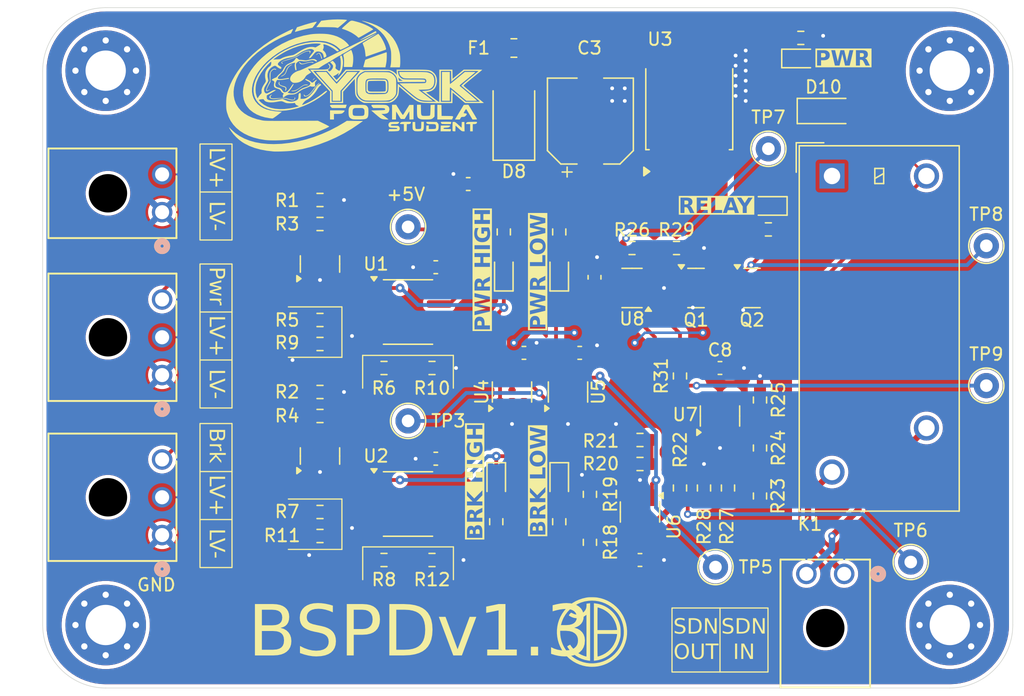
<source format=kicad_pcb>
(kicad_pcb (version 20241229) (generator "pcbnew") (generator_version "9.0")
  (layers (0 "F.Cu" signal) (2 "B.Cu" signal) (5 "F.SilkS" user "F.Silkscreen") (7 "B.SilkS" user "B.Silkscreen") (1 "F.Mask" user) (3 "B.Mask" user) (25 "Edge.Cuts" user))
  (net 0 "")
  (net 1 "GND")
  (net 3 "Net-(D1-K)")
  (net 4 "Net-(D2-K)")
  (net 6 "+12V")
  (net 7 "Net-(D3-K)")
  (net 8 "Net-(Q1-D)")
  (net 9 "Net-(Q1-G)")
  (net 10 "+5V")
  (net 11 "Net-(U7-DIV)")
  (net 12 "Net-(U7-OUT)")
  (net 13 "Error Signal")
  (net 14 "Net-(U7-SET)")
  (net 15 "Net-(D5-A)")
  (net 16 "/S1H")
  (net 17 "Net-(D6-A)")
  (net 18 "/S1L")
  (net 19 "Net-(D7-A)")
  (net 20 "Shutdown In")
  (net 21 "Shutdown Out")
  (net 22 "Net-(U1A-+)")
  (net 23 "Sensor 1 Input")
  (net 24 "Net-(U1B--)")
  (net 25 "Net-(U2B--)")
  (net 26 "Sensor 2 Input")
  (net 27 "Net-(U2A-+)")
  (net 28 "Output Signal")
  (net 29 "/S2H")
  (net 30 "Net-(D4-A)")
  (net 31 "/S2L")
  (net 32 "Net-(U6-DIV)")
  (net 33 "Net-(U6-SET)")
  (net 34 "Net-(U6-OUT)")
  (net 35 "Net-(U7-IN)")
  (net 36 "Net-(D8-A)")
  (net 37 "Net-(D10-A)")
  (net 38 "Net-(R20-Pad1)")
  (net 39 "Net-(R23-Pad1)")
  (net 40 "Net-(R27-Pad2)")
  (net 41 "Net-(D8-K)")
  (net 42 "Net-(R31-Pad2)")
  (net 43 "Net-(D9-K)")
  (net 44 "Net-(TP3-Pad1)")
  (footprint "Resistor_SMD:R_0603_1608Metric" (layer "F.Cu") (at 108.585 111.125 -90)
    (property "Reference" "R22")
    (property "Value" "200")
  )
  (footprint "Resistor_SMD:R_0603_1608Metric" (layer "F.Cu") (at 80.01 99.695 180)
    (property "Reference" "R9")
    (property "Value" "62k")
  )
  (footprint "Resistor_SMD:R_0603_1608Metric" (layer "F.Cu") (at 108.585 102.235 90)
    (property "Reference" "R31")
    (property "Value" "200")
  )
  (footprint "Capacitor_SMD:C_0603_1608Metric" (layer "F.Cu") (at 100.625 100.4)
    (property "Reference" "C6" (hide yes))
    (property "Value" "0.1u")
  )
  (footprint "Resistor_SMD:R_0603_1608Metric" (layer "F.Cu") (at 80.01 113.03)
    (property "Reference" "R7")
    (property "Value" "39K")
  )
  (footprint "MyLibrary:MolexMicrofitPlus1x3" (layer "F.Cu") (at 67.4781 102.161599 -90)
    (property "Reference" "J1" (hide yes))
    (property "Value" "Conn_01x03_Socket" (hide yes))
  )
  (footprint "TestPoint:TestPoint_Keystone_5000-5004_Miniature" (layer "F.Cu") (at 132.9 91.9)
    (property "Reference" "TP8")
    (property "Value" "TestPoint")
  )
  (footprint "LED_SMD:LED_0603_1608Metric" (layer "F.Cu") (at 118.145 77.03)
    (property "Reference" "D3" (hide yes))
    (property "Value" "LED_Small")
  )
  (footprint "Capacitor_SMD:C_0603_1608Metric" (layer "F.Cu") (at 105.41 116.84 180)
    (property "Reference" "C7" (hide yes))
    (property "Value" "0.1u")
  )
  (footprint "Diode_SMD:D_SOD-123F" (layer "F.Cu") (at 120.1 81.2)
    (property "Reference" "D10")
    (property "Value" "1N4007")
  )
  (footprint "LED_SMD:LED_0603_1608Metric" (layer "F.Cu") (at 99 94 90)
    (property "Reference" "D5" (hide yes))
    (property "Value" "LED")
  )
  (footprint "MyLibrary:MolexMicrofitPlus1x3" (layer "F.Cu") (at 67.4781 114.861599 -90)
    (property "Reference" "J2" (hide yes))
    (property "Value" "Conn_01x03_Socket" (hide yes))
  )
  (footprint "TestPoint:TestPoint_Keystone_5000-5004_Miniature" (layer "F.Cu") (at 132.9 103)
    (property "Reference" "TP9")
    (property "Value" "TestPoint")
  )
  (footprint "Resistor_SMD:R_0603_1608Metric" (layer "F.Cu") (at 80.01 105.41)
    (property "Reference" "R4")
    (property "Value" "4.8k")
  )
  (footprint "TestPoint:TestPoint_Keystone_5000-5004_Miniature" (layer "F.Cu") (at 111.4 117.4)
    (property "Reference" "TP5")
    (property "Value" "TestPoint")
  )
  (footprint "TestPoint:TestPoint_Keystone_5000-5004_Miniature" (layer "F.Cu") (at 87 105.8)
    (property "Reference" "TP3")
    (property "Value" "TestPoint")
  )
  (footprint "LED_SMD:LED_0603_1608Metric" (layer "F.Cu") (at 115.6 88.735 180)
    (property "Reference" "D9" (hide yes))
    (property "Value" "LED")
  )
  (footprint "Package_TO_SOT_SMD:SOT-23" (layer "F.Cu") (at 109.855 95.25)
    (property "Reference" "Q1")
    (property "Value" "2N7002")
  )
  (footprint "Resistor_SMD:R_0603_1608Metric" (layer "F.Cu") (at 85.09 116.84)
    (property "Reference" "R8")
    (property "Value" "39K")
  )
  (footprint "Resistor_SMD:R_0603_1608Metric" (layer "F.Cu") (at 115.6 90.6 180)
    (property "Reference" "R30" (hide yes))
    (property "Value" "10k")
  )
  (footprint "Package_TO_SOT_SMD:SOT-23-6" (layer "F.Cu") (at 99.695 103.505 90)
    (property "Reference" "U5")
    (property "Value" "74LVC1G332")
  )
  (footprint "Resistor_SMD:R_0603_1608Metric" (layer "F.Cu") (at 80.01 88.265 180)
    (property "Reference" "R1")
    (property "Value" "10k")
  )
  (footprint "Resistor_SMD:R_0603_1608Metric" (layer "F.Cu") (at 80.01 97.79)
    (property "Reference" "R5")
    (property "Value" "39K")
  )
  (footprint "MyLibrary:YFS Logo" (layer "F.Cu") (at 82.55 79.375)
    (property "Reference" "G***" (hide yes))
    (property "Value" "LOGO" (hide yes))
  )
  (footprint "Capacitor_SMD:C_0603_1608Metric" (layer "F.Cu") (at 91.775 87 180)
    (property "Reference" "C5" (hide yes))
    (property "Value" "1u")
  )
  (footprint "TestPoint:TestPoint_Keystone_5000-5004_Miniature" (layer "F.Cu") (at 87 90.4)
    (property "Reference" "TP4" (hide yes))
    (property "Value" "TestPoint")
  )
  (footprint "Resistor_SMD:R_0603_1608Metric" (layer "F.Cu") (at 94 113.8 -90)
    (property "Reference" "R16" (hide yes))
    (property "Value" "10K")
  )
  (footprint "Package_TO_SOT_SMD:SOT-23-6" (layer "F.Cu") (at 95.25 103.505 90)
    (property "Reference" "U4")
    (property "Value" "74LVC1G11")
  )
  (footprint "Resistor_SMD:R_0603_1608Metric" (layer "F.Cu") (at 114.935 111.76 -90)
    (property "Reference" "R23")
    (property "Value" "68")
  )
  (footprint "Resistor_SMD:R_0603_1608Metric" (layer "F.Cu") (at 110.49 111.125 90)
    (property "Reference" "R28")
    (property "Value" "18k")
  )
  (footprint "Diode_SMD:D_SMA" (layer "F.Cu") (at 95.4 81.6 90)
    (property "Reference" "D8")
    (property "Value" "SS34")
  )
  (footprint "Capacitor_SMD:C_0603_1608Metric" (layer "F.Cu") (at 89.2 108.8 180)
    (property "Reference" "C2" (hide yes))
    (property "Value" "1µ")
  )
  (footprint "Resistor_SMD:R_0603_1608Metric" (layer "F.Cu") (at 94.6 90.8 90)
    (property "Reference" "R14" (hide yes))
    (property "Value" "10K")
  )
  (footprint "Package_TO_SOT_SMD:SOT-23-6" (layer "F.Cu") (at 104.775 95.25 180)
    (property "Reference" "U8")
    (property "Value" "74LVC1G332")
  )
  (footprint "Resistor_SMD:R_0603_1608Metric" (layer "F.Cu") (at 99 90.8 -90)
    (property "Reference" "R15" (hide yes))
    (property "Value" "10K")
  )
  (footprint "Resistor_SMD:R_0603_1608Metric" (layer "F.Cu") (at 118.175 75.4)
    (property "Reference" "R13" (hide yes))
    (property "Value" "10k")
  )
  (footprint "Resistor_SMD:R_0603_1608Metric" (layer "F.Cu") (at 80.01 114.935 180)
    (property "Reference" "R11")
    (property "Value" "62k")
  )
  (footprint "Resistor_SMD:R_0805_2012Metric" (layer "F.Cu") (at 95.4 76.2)
    (property "Reference" "F1")
    (property "Value" "Polyfuse")
  )
  (footprint "Capacitor_SMD:C_0603_1608Metric" (layer "F.Cu") (at 111.76 101.6)
    (property "Reference" "C8")
    (property "Value" "0.1u")
  )
  (footprint "Capacitor_SMD:C_0603_1608Metric" (layer "F.Cu") (at 89.2 93.6 180)
    (property "Reference" "C1" (hide yes))
    (property "Value" "1µ")
  )
  (footprint "Resistor_SMD:R_0603_1608Metric" (layer "F.Cu") (at 88.9 101.6)
    (property "Reference" "R10")
    (property "Value" "62k")
  )
  (footprint "Package_TO_SOT_SMD:TO-252-2" (layer "F.Cu") (at 109.32 80.96 90)
    (property "Reference" "U3")
    (property "Value" "TPS7B88-Q1")
  )
  (footprint "LED_SMD:LED_0603_1608Metric" (layer "F.Cu") (at 94.6 94 90)
    (property "Reference" "D4" (hide yes))
    (property "Value" "LED")
  )
  (footprint "Resistor_SMD:R_0603_1608Metric" (layer "F.Cu") (at 80.01 103.505 180)
    (property "Reference" "R2")
    (property "Value" "10k")
  )
  (footprint "TestPoint:TestPoint_Keystone_5000-5004_Miniature" (layer "F.Cu") (at 115.6 84.2)
    (property "Reference" "TP7")
    (property "Value" "TestPoint")
  )
  (footprint "Resistor_SMD:R_0603_1608Metric" (layer "F.Cu") (at 105.41 109.22 180)
    (property "Reference" "R20")
    (property "Value" "750k")
  )
  (footprint "Relay_THT:Relay_SPST_Omron_G2RL-1A" (layer "F.Cu") (at 120.65 86.36)
    (property "Reference" "K1")
    (property "Value" "Relay_SPST-NO")
  )
  (footprint "Capacitor_SMD:C_0603_1608Metric" (layer "F.Cu") (at 96.2 100.4)
    (property "Reference" "C4" (hide yes))
    (property "Value" "0.1u")
  )
  (footprint "Resistor_SMD:R_0603_1608Metric" (layer "F.Cu") (at 114.935 104.14 -90)
    (property "Reference" "R25")
    (property "Value" "1k")
  )
  (footprint "Resistor_SMD:R_0603_1608Metric" (layer "F.Cu") (at 85.09 101.6)
    (property "Reference" "R6")
    (property "Value" "39K")
  )
  (footprint "Resistor_SMD:R_0603_1608Metric" (layer "F.Cu") (at 80.01 90.17)
    (property "Reference" "R3")
    (property "Value" "4.8k")
  )
  (footprint "Resistor_SMD:R_0603_1608Metric" (layer "F.Cu") (at 108.3075 92.075)
    (property "Reference" "R29")
    (property "Value" "10k")
  )
  (footprint "MyLibrary:MolexMicrofitPlus1x2" (layer "F.Cu") (at 67.4781 89.2316 -90)
    (property "Reference" "J3" (hide yes))
    (property "Value" "Conn_01x02_Socket" (hide yes))
  )
  (footprint "MyLibrary:Logo" (layer "F.Cu") (at 101.6 122.555)
    (property "Reference" "G***" (hide yes))
    (property "Value" "LOGO" (hide yes))
  )
  (footprint "Package_SO:SOIC-8_3.9x4.9mm_P1.27mm" (layer "F.Cu") (at 86.995 97.155)
    (property "Reference" "U1")
    (property "Value" "LM393")
  )
  (footprint "Resistor_SMD:R_0603_1608Metric" (layer "F.Cu") (at 104.775 92.075)
    (property "Reference" "R26")
    (property "Value" "200")
  )
  (footprint "Package_TO_SOT_SMD:SOT-23" (layer "F.Cu") (at 114.3 95.25)
    (property "Reference" "Q2")
    (property "Value" "2N7002")
  )
  (footprint "Capacitor_SMD:CP_Elec_6.3x5.4" (layer "F.Cu") (at 101.4725 82 90)
    (property "Reference" "C3")
    (property "Value" "10u")
  )
  (footprint "MyLibrary:MolexMicrofitPlus1x2" (layer "F.Cu") (at 121.6166 117.9419)
    (property "Reference" "J4" (hide yes))
    (property "Value" "Conn_01x02_Socket" (hide yes))
  )
  (footprint "MountingHole:MountingHole_3.2mm_M3_Pad_Via" (layer "F.Cu") (at 63 78)
    (property "Reference" "H1" (hide yes))
    (property "Value" "MountingHole")
  )
  (footprint "Package_TO_SOT_SMD:SOT-23" (layer "F.Cu") (at 80.01 93.345 90)
    (property "Reference" "D1" (hide yes))
    (property "Value" "BZX84Cxx")
  )
  (footprint "Package_TO_SOT_SMD:TSOT-23-6" (layer "F.Cu") (at 111.76 105.41 90)
    (property "Reference" "U7")
    (property "Value" "LTC6994xS6-1")
  )
  (footprint "LED_SMD:LED_0603_1608Metric" (layer "F.Cu") (at 94 110.6 -90)
    (property "Reference" "D6" (hide yes))
    (property "Value" "LED")
  )
  (footprint "Resistor_SMD:R_0603_1608Metric" (layer "F.Cu") (at 114.935 107.95 -90)
    (property "Reference" "R24")
    (property "Value" "820")
  )
  (footprint "Resistor_SMD:R_0603_1608Metric" (layer "F.Cu") (at 112.395 111.125 -90)
    (property "Reference" "R27")
    (property "Value" "220k")
  )
  (footprint "MountingHole:MountingHole_3.2mm_M3_Pad_Via" (layer "F.Cu") (at 63 122)
    (property "Reference" "H2" (hide yes))
    (property "Value" "MountingHole")
  )
  (footprint "Package_SO:SOIC-8_3.9x4.9mm_P1.27mm" (layer "F.Cu") (at 86.995 112.395)
    (property "Reference" "U2")
    (property "Value" "LM393")
  )
  (footprint "Capacitor_SMD:C_0603_1608Metric" (layer "F.Cu") (at 101.8 94.4 90)
    (property "Reference" "C9" (hide yes))
    (property "Value" "0.1u")
  )
  (footprint "Resistor_SMD:R_0603_1608Metric" (layer "F.Cu") (at 101.435 115.4375 90)
    (property "Reference" "R18")
    (property "Value" "1k")
  )
  (footprint "MountingHole:MountingHole_3.2mm_M3_Pad_Via" (layer "F.Cu") (at 130 122)
    (property "Reference" "H4" (hide yes))
    (property "Value" "MountingHole")
  )
  (footprint "Resistor_SMD:R_0603_1608Metric" (layer "F.Cu") (at 105.41 107.315)
    (property "Reference" "R21")
    (property "Value" "13k")
  )
  (footprint "Package_TO_SOT_SMD:TSOT-23-6" (layer "F.Cu") (at 105.41 113.03 -90)
    (property "Reference" "U6")
    (property "Value" "LTC6994xS6-1")
  )
  (footprint "TestPoint:TestPoint_Keystone_5000-5004_Miniature" (layer "F.Cu") (at 126.9 117)
    (property "Reference" "TP6")
    (property "Value" "TestPoint")
  )
  (footprint "LED_SMD:LED_0603_1608Metric" (layer "F.Cu") (at 99 110.6 -90)
    (property "Reference" "D7" (hide yes))
    (property "Value" "LED")
  )
  (footprint "MountingHole:MountingHole_3.2mm_M3_Pad_Via" (layer "F.Cu") (at 130 78)
    (property "Reference" "H3" (hide yes))
    (property "Value" "MountingHole")
  )
  (footprint "Resistor_SMD:R_0603_1608Metric" (layer "F.Cu") (at 101.435 111.6275 -90)
    (property "Reference" "R19")
    (property "Value" "510")
  )
  (footprint "Package_TO_SOT_SMD:SOT-23" (layer "F.Cu") (at 80.01 108.585 90)
    (property "Reference" "D2" (hide yes))
    (property "Value" "BZX84Cxx")
  )
  (footprint "Resistor_SMD:R_0603_1608Metric" (layer "F.Cu") (at 99 113.8 90)
    (property "Reference" "R17" (hide yes))
    (property "Value" "10K")
  )
  (footprint "Resistor_SMD:R_0603_1608Metric" (layer "F.Cu") (at 88.9 116.84)
    (property "Reference" "R12")
    (property "Value" "62k")
  )
  (gr_line (start 83.4 115.8) (end 83.4 118.4) (stroke (width 0.1)) (layer "F.SilkS"))
  (gr_line (start 90.6 115.8) (end 90.6 118.4) (stroke (width 0.1)) (layer "F.SilkS"))
  (gr_rect (start 107.95 120.65) (end 115.57 125.73) (stroke (width 0.1)) (fill no) (layer "F.SilkS"))
  (gr_line (start 73.025 113.626983) (end 70.485 113.626983) (stroke (width 0.1)) (layer "F.SilkS"))
  (gr_line (start 73.025 100.965) (end 70.485 100.965) (stroke (width 0.1)) (layer "F.SilkS"))
  (gr_line (start 77.5 112) (end 81.75 112) (stroke (width 0.1)) (layer "F.SilkS"))
  (gr_line (start 111.76 125.73) (end 111.76 120.65) (stroke (width 0.1)) (layer "F.SilkS"))
  (gr_line (start 83.4 115.8) (end 90.6 115.8) (stroke (width 0.1)) (layer "F.SilkS"))
  (gr_rect (start 70.485 83.82) (end 73.025 91.44) (stroke (width 0.1)) (fill no) (layer "F.SilkS"))
  (gr_line (start 73.025 97.155) (end 70.485 97.155) (stroke (width 0.1)) (layer "F.SilkS"))
  (gr_line (start 77.5 96.75) (end 81.75 96.75) (stroke (width 0.1)) (layer "F.SilkS"))
  (gr_line (start 83.395 100.6) (end 83.395 103.2) (stroke (width 0.1)) (layer "F.SilkS"))
  (gr_rect (start 70.485 93.345) (end 73.025 104.775) (stroke (width 0.1)) (fill no) (layer "F.SilkS"))
  (gr_line (start 81.75 96.75) (end 81.75 100.75) (stroke (width 0.1)) (layer "F.SilkS"))
  (gr_line (start 81.75 116) (end 77.5 116) (stroke (width 0.1)) (layer "F.SilkS"))
  (gr_line (start 81.75 112) (end 81.75 116) (stroke (width 0.1)) (layer "F.SilkS"))
  (gr_line (start 83.395 100.6) (end 90.595 100.6) (stroke (width 0.1)) (layer "F.SilkS"))
  (gr_line (start 73.025 109.816983) (end 70.485 109.816983) (stroke (width 0.1)) (layer "F.SilkS"))
  (gr_rect (start 70.485 106.006983) (end 73.025 117.436983) (stroke (width 0.1)) (fill no) (layer "F.SilkS"))
  (gr_line (start 81.75 100.75) (end 77.5 100.75) (stroke (width 0.1)) (layer "F.SilkS"))
  (gr_line (start 90.595 100.6) (end 90.595 103.2) (stroke (width 0.1)) (layer "F.SilkS"))
  (gr_line (start 73.025 87.63) (end 70.485 87.63) (stroke (width 0.1)) (layer "F.SilkS"))
  (gr_arc (start 135 122) (mid 133.535534 125.535534) (end 130 127) (stroke (width 0.05)) (layer "Edge.Cuts"))
  (gr_arc (start 58 78) (mid 59.464466 74.464466) (end 63 73) (stroke (width 0.05)) (layer "Edge.Cuts"))
  (gr_arc (start 130 73) (mid 133.535534 74.464466) (end 135 78) (stroke (width 0.05)) (layer "Edge.Cuts"))
  (gr_line (start 58 122) (end 58 78) (stroke (width 0.05)) (layer "Edge.Cuts"))
  (gr_line (start 135 78) (end 135 122) (stroke (width 0.05)) (layer "Edge.Cuts"))
  (gr_arc (start 63 127) (mid 59.464466 125.535534) (end 58 122) (stroke (width 0.05)) (layer "Edge.Cuts"))
  (gr_line (start 130 127) (end 63 127) (stroke (width 0.05)) (layer "Edge.Cuts"))
  (gr_line (start 63 73) (end 130 73) (stroke (width 0.05)) (layer "Edge.Cuts"))
  (gr_text "PWR HIGH" (at 93 93.8 90) (layer "F.SilkS" knockout) (effects (font (size 1.2 1.2) (thickness 0.2) (bold yes))))
  (gr_text "BSPDv1.3" (at 74.295 125.095 0) (layer "F.SilkS") (effects (font (size 4 4) (thickness 0.5) (italic yes)) (justify left bottom)))
  (gr_text "PWR" (at 121.5 77.1 0) (layer "F.SilkS" knockout) (effects (font (size 1.2 1.2) (thickness 0.2) (bold yes))))
  (gr_text "Pwr\n" (at 71.755 95.095 270) (layer "F.SilkS") (effects (font (size 1.2 1.2) (thickness 0.125))))
  (gr_text "+5V" (at 85.2 88.4 0) (layer "F.SilkS") (effects (font (size 1 1)) (justify left bottom)))
  (gr_text "RELAY" (at 111.4 88.8 0) (layer "F.SilkS" knockout) (effects (font (size 1.2 1.2) (thickness 0.2) (bold yes))))
  (gr_text "SDN\nOUT\n" (at 109.855 123.19 0) (layer "F.SilkS") (effects (font (size 1.2 1.2) (thickness 0.125))))
  (gr_text "LV+" (at 71.755 111.721983 270) (layer "F.SilkS") (effects (font (size 1.2 1.2) (thickness 0.125))))
  (gr_text "GND" (at 65.4 119.4 0) (layer "F.SilkS") (effects (font (size 1 1)) (justify left bottom)))
  (gr_text "BRK LOW" (at 97.4 110.6 90) (layer "F.SilkS" knockout) (effects (font (size 1.2 1.2) (thickness 0.2) (bold yes))))
  (gr_text "SDN\nIN" (at 113.665 123.19 0) (layer "F.SilkS") (effects (font (size 1.2 1.2) (thickness 0.125))))
  (gr_text "LV-" (at 71.755 89.535 270) (layer "F.SilkS") (effects (font (size 1.2 1.2) (thickness 0.125))))
  (gr_text "Brk" (at 71.755 107.756983 270) (layer "F.SilkS") (effects (font (size 1.2 1.2) (thickness 0.125))))
  (gr_text "LV+" (at 71.755 99.06 270) (layer "F.SilkS") (effects (font (size 1.2 1.2) (thickness 0.125))))
  (gr_text "PWR LOW" (at 97.4 94 90) (layer "F.SilkS" knockout) (effects (font (size 1.2 1.2) (thickness 0.2) (bold yes))))
  (gr_text "LV-" (at 71.755 115.531983 270) (layer "F.SilkS") (effects (font (size 1.2 1.2) (thickness 0.125))))
  (gr_text "BRK HIGH" (at 92.4 110.6 90) (layer "F.SilkS" knockout) (effects (font (size 1.2 1.2) (thickness 0.2) (bold yes))))
  (gr_text "LV-" (at 71.755 102.87 270) (layer "F.SilkS") (effects (font (size 1.2 1.2) (thickness 0.125))))
  (gr_text "LV+" (at 71.755 85.725 270) (layer "F.SilkS") (effects (font (size 1.2 1.2) (thickness 0.125))))
  (segment (start 105.41 111.8925) (end 105.41 110.49) (width 0.5) (layer "F.Cu") (net 1))
  (segment (start 111.76 107.95) (end 111.76 106.5475) (width 0.5) (layer "F.Cu") (net 1))
  (segment (start 107.315 95.25) (end 105.9125 95.25) (width 0.5) (layer "F.Cu") (net 1))
  (segment (start 101.8 93) (end 102 92.8) (width 0.3) (layer "F.Cu") (net 1))
  (segment (start 80.01 109.855) (end 79.3925 109.855) (width 0.5) (layer "F.Cu") (net 1))
  (segment (start 119.775 75.4) (end 119.945 75.23) (width 0.3) (layer "F.Cu") (net 1))
  (segment (start 101.4 100.4) (end 102 99.8) (width 0.3) (layer "F.Cu") (net 1))
  (segment (start 79.15 115.265) (end 79.0975 115.2125) (width 0.5) (layer "F.Cu") (net 1))
  (segment (start 96.975 100.4) (end 96.975 99.825) (width 0.3) (layer "F.Cu") (net 1))
  (segment (start 79.3925 109.855) (end 79.06 109.5225) (width 0.5) (layer "F.Cu") (net 1))
  (segment (start 80.01 94.615) (end 79.3925 94.615) (width 0.5) (layer "F.Cu") (net 1))
  (segment (start 79.3925 94.615) (end 79.06 94.2825) (width 0.5) (layer "F.Cu") (net 1))
  (segment (start 109.5175 96.8) (end 108.9175 96.2) (width 0.5) (layer "F.Cu") (net 1))
  (segment (start 113.665 101.6) (end 112.71 101.6) (width 0.5) (layer "F.Cu") (net 1))
  (segment (start 104.4975 107.315) (end 104.4975 107.0375) (width 0.5) (layer "F.Cu") (net 1))
  (segment (start 82.55 114.3) (end 84.52 114.3) (width 0.5) (layer "F.Cu") (net 1))
  (segment (start 101.8 93.625) (end 101.8 93) (width 0.3) (layer "F.Cu") (net 1))
  (segment (start 109.6 96.8) (end 109.5175 96.8) (width 0.5) (layer "F.Cu") (net 1))
  (segment (start 91 86.6) (end 90.6 86.2) (width 0.3) (layer "F.Cu") (net 1))
  (segment (start 113.6 97) (end 113.6 96.4375) (width 0.5) (layer "F.Cu") (net 1))
  (segment (start 105.9125 94.3) (end 105.9125 95.25) (width 0.5) (layer "F.Cu") (net 1))
  (segment (start 100.8 110.08) (end 101.435 110.715) (width 0.5) (layer "F.Cu") (net 1))
  (segment (start 80.9225 88.265) (end 81.915 88.265) (width 0.5) (layer "F.Cu") (net 1))
  (segment (start 110.49 92.075) (end 109.4975 92.075) (width 0.5) (layer "F.Cu") (net 1))
  (segment (start 89.8125 101.6) (end 90.805 101.6) (width 0.5) (layer "F.Cu") (net 1))
  (segment (start 106.36 116.84) (end 107.315 116.84) (width 0.5) (layer "F.Cu") (net 1))
  (segment (start 89.8125 116.84) (end 91.4 116.84) (width 0.5) (layer "F.Cu") (net 1))
  (segment (start 88.425 93.6) (end 87.4 93.6) (width 0.3) (layer "F.Cu") (net 1))
  (segment (start 113.6 96.4375) (end 113.3625 96.2) (width 0.5) (layer "F.Cu") (net 1))
  (segment (start 79.15 116.45) (end 79.15 115.265) (width 0.5) (layer "F.Cu") (net 1))
  (segment (start 99.695 104.6425) (end 99.695 106.045) (width 0.5) (layer "F.Cu") (net 1))
  (segment (start 119 75.4) (end 119.775 75.4) (width 0.3) (layer "F.Cu") (net 1))
  (segment (start 110.49 110.2125) (end 110.49 109.22) (width 0.5) (layer "F.Cu") (net 1))
  (segment (start 96.975 99.825) (end 97.2 99.6) (width 0.3) (layer "F.Cu") (net 1))
  (segment (start 84.52 99.06) (end 82.55 99.06) (width 0.5) (layer "F.Cu") (net 1))
  (segment (start 114.935 102.235) (end 114.935 103.2275) (width 0.5) (layer "F.Cu") (net 1))
  (segment (start 80.9225 103.505) (end 81.915 103.505) (width 0.5) (layer "F.Cu") (net 1))
  (segment (start 77.8275 100.965) (end 79.0975 99.695) (width 0.5) (layer "F.Cu") (net 1))
  (segment (start 88.425 108.8) (end 87.6 108.8) (width 0.3) (layer "F.Cu") (net 1))
  (segment (start 95.25 104.6425) (end 95.25 106.045) (width 0.5) (layer "F.Cu") (net 1))
  (segment (start 104.4975 107.0375) (end 103.505 106.045) (width 0.5) (layer "F.Cu") (net 1))
  (segment (start 79.0975 115.2125) (end 79.0975 114.935) (width 0.5) (layer "F.Cu") (net 1))
  (segment (start 91 87) (end 91 86.6) (width 0.3) (layer "F.Cu") (net 1))
  (via (at 95.25 106.045) (size 0.7) (drill 0.3) (layers "F.Cu" "B.Cu") (net 1))
  (via (at 100.8 110.08) (size 0.7) (drill 0.3) (layers "F.Cu" "B.Cu") (net 1))
  (via (at 105.41 110.49) (size 0.7) (drill 0.3) (layers "F.Cu" "B.Cu") (net 1))
  (via (at 104.2 80.4) (size 0.7) (drill 0.3) (layers "F.Cu" "B.Cu") (net 1))
  (via (at 114.935 102.235) (size 0.7) (drill 0.3) (layers "F.Cu" "B.Cu") (net 1))
  (via (at 90.6 86.2) (size 0.6) (drill 0.3) (layers "F.Cu" "B.Cu") (net 1))
  (via (at 90.805 101.6) (size 0.7) (drill 0.3) (layers "F.Cu" "B.Cu") (net 1))
  (via (at 119.945 75.23) (size 0.6) (drill 0.3) (layers "F.Cu" "B.Cu") (net 1))
  (via (at 113.8 79.6) (size 0.7) (drill 0.3) (layers "F.Cu" "B.Cu") (net 1))
  (via (at 113.665 101.6) (size 0.7) (drill 0.3) (layers "F.Cu" "B.Cu") (net 1))
  (via (at 113 80) (size 0.7) (drill 0.3) (layers "F.Cu" "B.Cu") (net 1))
  (via (at 104.2 79.4) (size 0.7) (drill 0.3) (layers "F.Cu" "B.Cu") (net 1))
  (via (at 80.01 94.615) (size 0.7) (drill 0.3) (layers "F.Cu" "B.Cu") (net 1))
  (via (at 113.8 78) (size 0.7) (drill 0.3) (layers "F.Cu" "B.Cu") (net 1))
  (via (at 77.8275 100.965) (size 0.7) (drill 0.3) (layers "F.Cu" "B.Cu") (net 1))
  (via (at 102 92.8) (size 0.6) (drill 0.3) (layers "F.Cu" "B.Cu") (net 1))
  (via (at 109.6 96.8) (size 0.7) (drill 0.3) (layers "F.Cu" "B.Cu") (net 1))
  (via (at 110.49 92.075) (size 0.7) (drill 0.3) (layers "F.Cu" "B.Cu") (net 1))
  (via (at 113 77.6) (size 0.7) (drill 0.3) (layers "F.Cu" "B.Cu") (net 1))
  (via (at 81.915 103.505) (size 0.7) (drill 0.3) (layers "F.Cu" "B.Cu") (net 1))
  (via (at 113 76.8) (size 0.7) (drill 0.3) (layers "F.Cu" "B.Cu") (net 1))
  (via (at 97.2 99.6) (size 0.6) (drill 0.3) (layers "F.Cu" "B.Cu") (net 1))
  (via (at 103.2 79.4) (size 0.7) (drill 0.3) (layers "F.Cu" "B.Cu") (net 1))
  (via (at 111.76 107.95) (size 0.7) (drill 0.3) (layers "F.Cu" "B.Cu") (net 1))
  (via (at 87.6 108.8) (size 0.6) (drill 0.3) (layers "F.Cu" "B.Cu") (net 1))
  (via (at 82.55 99.06) (size 0.7) (drill 0.3) (layers "F.Cu" "B.Cu") (net 1))
  (via (at 81.915 88.265) (size 0.7) (drill 0.3) (layers "F.Cu" "B.Cu") (net 1))
  (via (at 107.315 95.25) (size 0.7) (drill 0.3) (layers "F.Cu" "B.Cu") (net 1))
  (via (at 113 79.2) (size 0.7) (drill 0.3) (layers "F.Cu" "B.Cu") (net 1))
  (via (at 113 78.4) (size 0.7) (drill 0.3) (layers "F.Cu" "B.Cu") (net 1))
  (via (at 102 99.8) (size 0.6) (drill 0.3) (layers "F.Cu" "B.Cu") (net 1))
  (via (at 113.8 80.4) (size 0.7) (drill 0.3) (layers "F.Cu" "B.Cu") (net 1))
  (via (at 113.8 78.8) (size 0.7) (drill 0.3) (layers "F.Cu" "B.Cu") (net 1))
  (via (at 87.4 93.6) (size 0.6) (drill 0.3) (layers "F.Cu" "B.Cu") (net 1))
  (via (at 79.15 116.45) (size 0.7) (drill 0.3) (layers "F.Cu" "B.Cu") (net 1))
  (via (at 103.2 80.4) (size 0.7) (drill 0.3) (layers "F.Cu" "B.Cu") (net 1))
  (via (at 80.01 109.855) (size 0.7) (drill 0.3) (layers "F.Cu" "B.Cu") (net 1))
  (via (at 103.505 106.045) (size 0.7) (drill 0.3) (layers "F.Cu" "B.Cu") (net 1))
  (via (at 110.49 109.22) (size 0.7) (drill 0.3) (layers "F.Cu" "B.Cu") (net 1))
  (via (at 113.6 97) (size 0.7) (drill 0.3) (layers "F.Cu" "B.Cu") (net 1))
  (via (at 113.8 76.4) (size 0.7) (drill 0.3) (layers "F.Cu" "B.Cu") (net 1))
  (via (at 82.55 114.3) (size 0.7) (drill 0.3) (layers "F.Cu" "B.Cu") (net 1))
  (via (at 99.695 106.045) (size 0.7) (drill 0.3) (layers "F.Cu" "B.Cu") (net 1))
  (via (at 113.8 77.2) (size 0.7) (drill 0.3) (layers "F.Cu" "B.Cu") (net 1))
  (via (at 91.4 116.84) (size 0.7) (drill 0.3) (layers "F.Cu" "B.Cu") (net 1))
  (via (at 107.315 116.84) (size 0.7) (drill 0.3) (layers "F.Cu" "B.Cu") (net 1))
  (segment (start 81.915 95.885) (end 82.55 96.52) (width 0.3) (layer "F.Cu") (net 3))
  (segment (start 80.01 91.0825) (end 80.9225 90.17) (width 0.3) (layer "F.Cu") (net 3))
  (segment (start 80.01 92.4075) (end 80.01 91.0825) (width 0.3) (layer "F.Cu") (net 3))
  (segment (start 81.6125 92.4075) (end 81.915 92.71) (width 0.3) (layer "F.Cu") (net 3))
  (segment (start 80.01 92.4075) (end 81.6125 92.4075) (width 0.3) (layer "F.Cu") (net 3))
  (segment (start 88.265 99.06) (end 89.47 99.06) (width 0.3) (layer "F.Cu") (net 3))
  (segment (start 82.55 96.52) (end 84.52 96.52) (width 0.3) (layer "F.Cu") (net 3))
  (segment (start 84.52 96.52) (end 85.725 96.52) (width 0.3) (layer "F.Cu") (net 3))
  (segment (start 85.725 96.52) (end 88.265 99.06) (width 0.3) (layer "F.Cu") (net 3))
  (segment (start 81.915 92.71) (end 81.915 95.885) (width 0.3) (layer "F.Cu") (net 3))
  (segment (start 84.52 111.76) (end 85.725 111.76) (width 0.3) (layer "F.Cu") (net 4))
  (segment (start 82.55 111.76) (end 81.915 111.125) (width 0.3) (layer "F.Cu") (net 4))
  (segment (start 80.01 106.3225) (end 80.9225 105.41) (width 0.3) (layer "F.Cu") (net 4))
  (segment (start 88.265 114.3) (end 89.47 114.3) (width 0.3) (layer "F.Cu") (net 4))
  (segment (start 81.915 111.125) (end 81.915 107.95) (width 0.3) (layer "F.Cu") (net 4))
  (segment (start 85.725 111.76) (end 88.265 114.3) (width 0.3) (layer "F.Cu") (net 4))
  (segment (start 81.6125 107.6475) (end 80.01 107.6475) (width 0.3) (layer "F.Cu") (net 4))
  (segment (start 81.915 107.95) (end 81.6125 107.6475) (width 0.3) (layer "F.Cu") (net 4))
  (segment (start 84.52 111.76) (end 82.55 111.76) (width 0.3) (layer "F.Cu") (net 4))
  (segment (start 80.01 107.6475) (end 80.01 106.3225) (width 0.3) (layer "F.Cu") (net 4))
  (segment (start 89.975 109.985) (end 89.47 110.49) (width 0.3) (layer "F.Cu") (net 6))
  (segment (start 89.975 93.6) (end 89.975 94.745) (width 0.3) (layer "F.Cu") (net 6))
  (segment (start 89.975 94.745) (end 89.47 95.25) (width 0.3) (layer "F.Cu") (net 6))
  (segment (start 89.975 108.8) (end 89.975 109.985) (width 0.3) (layer "F.Cu") (net 6))
  (segment (start 117.357499 77.03) (end 117.357499 75.407499) (width 0.3) (layer "F.Cu") (net 7))
  (segment (start 117.357499 75.407499) (end 117.35 75.4) (width 0.3) (layer "F.Cu") (net 7))
  (segment (start 114.775 90.6) (end 114.775 92.8875) (width 0.3) (layer "F.Cu") (net 8))
  (segment (start 114.775 92.8875) (end 114.23125 93.43125) (width 0.3) (layer "F.Cu") (net 8))
  (segment (start 110.49 95.25) (end 111.7775 95.25) (width 0.3) (layer "F.Cu") (net 8))
  (segment (start 111.7775 95.25) (end 112.7275 94.3) (width 0.3) (layer "F.Cu") (net 8))
  (segment (start 113.3625 94.3) (end 114.23125 93.43125) (width 0.3) (layer "F.Cu") (net 8))
  (via (at 114.23125 93.43125) (size 0.6) (drill 0.3) (layers "F.Cu" "B.Cu") (net 8))
  (segment (start 131.36875 93.43125) (end 114.23125 93.43125) (width 0.3) (layer "B.Cu") (net 8))
  (segment (start 132.9 91.9) (end 131.36875 93.43125) (width 0.3) (layer "B.Cu") (net 8))
  (segment (start 107.395 92.075) (end 107.395 92.7775) (width 0.3) (layer "F.Cu") (net 9))
  (segment (start 105.6875 92.075) (end 107.5925 92.075) (width 0.3) (layer "F.Cu") (net 9))
  (segment (start 107.395 92.7775) (end 108.9175 94.3) (width 0.3) (layer "F.Cu") (net 9))
  (segment (start 99.85 100.4) (end 99.85 102.2125) (width 0.3) (layer "F.Cu") (net 10))
  (segment (start 95.425 100.4) (end 95.425 99.625) (width 0.3) (layer "F.Cu") (net 10))
  (segment (start 95.25 100.575) (end 95.425 100.4) (width 0.3) (layer "F.Cu") (net 10))
  (segment (start 95.425 99.625) (end 95.4 99.6) (width 0.3) (layer "F.Cu") (net 10))
  (segment (start 101.8 95.175) (end 103.5625 95.175) (width 0.3) (layer "F.Cu") (net 10))
  (segment (start 104.46 116.84) (end 105.41 115.89) (width 0.3) (layer "F.Cu") (net 10))
  (segment (start 87.4 90.6) (end 87 90.2) (width 0.3) (layer "F.Cu") (net 10))
  (segment (start 92.55 87) (end 92.55 90.6) (width 0.3) (layer "F.Cu") (net 10))
  (segment (start 105.41 115.89) (end 105.41 114.1675) (width 0.3) (layer "F.Cu") (net 10))
  (segment (start 99.85 102.2125) (end 99.695 102.3675) (width 0.3) (layer "F.Cu") (net 10))
  (segment (start 105 99.6) (end 105.2 99.6) (width 0.2) (layer "F.Cu") (net 10))
  (segment (start 95.25 102.3675) (end 95.25 100.575) (width 0.3) (layer "F.Cu") (net 10))
  (segment (start 103.5625 95.175) (end 103.6375 95.25) (width 0.3) (layer "F.Cu") (net 10))
  (segment (start 92.55 90.6) (end 87.4 90.6) (width 0.3) (layer "F.Cu") (net 10))
  (via (at 110.4 98.8) (size 0.6) (drill 0.3) (layers "F.Cu" "B.Cu") (net 10))
  (via (at 105 99.6) (size 0.6) (drill 0.3) (layers "F.Cu" "B.Cu") (net 10))
  (via (at 95.4 99.6) (size 0.6) (drill 0.3) (layers "F.Cu" "B.Cu") (net 10))
  (via (at 100.2 98.8) (size 0.6) (drill 0.3) (layers "F.Cu" "B.Cu") (net 10))
  (segment (start 105 99.6) (end 105.8 98.8) (width 0.2) (layer "B.Cu") (net 10))
  (segment (start 95.4 99.6) (end 96.2 98.8) (width 0.3) (layer "B.Cu") (net 10))
  (segment (start 105.8 98.8) (end 110.4 98.8) (width 0.2) (layer "B.Cu") (net 10))
  (segment (start 96.2 98.8) (end 100.2 98.8) (width 0.3) (layer "B.Cu") (net 10))
  (segment (start 114.935 107.0375) (end 114.935 105.0525) (width 0.3) (layer "F.Cu") (net 11))
  (segment (start 114.935 105.0525) (end 113.49 105.0525) (width 0.3) (layer "F.Cu") (net 11))
  (segment (start 113.49 105.0525) (end 112.71 104.2725) (width 0.3) (layer "F.Cu") (net 11))
  (segment (start 108.645 103) (end 108.585 103.06) (width 0.3) (layer "F.Cu") (net 12))
  (segment (start 109.9 103) (end 108.645 103) (width 0.3) (layer "F.Cu") (net 12))
  (segment (start 110.81 104.2725) (end 109.71 104.2725) (width 0.3) (layer "F.Cu") (net 12))
  (segment (start 109.71 104.2725) (end 108.585 103.1475) (width 0.3) (layer "F.Cu") (net 12))
  (via (at 109.9 103) (size 0.6) (drill 0.3) (layers "F.Cu" "B.Cu") (net 12))
  (segment (start 132.9 102.5) (end 132.4 103) (width 0.3) (layer "B.Cu") (net 12))
  (segment (start 132.4 103) (end 109.9 103) (width 0.3) (layer "B.Cu") (net 12))
  (segment (start 106.36 111.8925) (end 106.36 110.81) (width 0.3) (layer "F.Cu") (net 13))
  (segment (start 106.36 110.81) (end 106.68 110.49) (width 0.3) (layer "F.Cu") (net 13))
  (segment (start 100.645 102.3675) (end 102.1025 102.3675) (width 0.3) (layer "F.Cu") (net 13))
  (segment (start 102.1025 102.3675) (end 102.235 102.235) (width 0.3) (layer "F.Cu") (net 13))
  (via (at 102.235 102.235) (size 0.7) (drill 0.3) (layers "F.Cu" "B.Cu") (net 13))
  (via (at 106.68 110.49) (size 0.7) (drill 0.3) (layers "F.Cu" "B.Cu") (net 13))
  (segment (start 106.68 106.68) (end 106.68 110.49) (width 0.3) (layer "B.Cu") (net 13))
  (segment (start 106.68 112.68) (end 106.68 110.49) (width 0.3) (layer "B.Cu") (net 13))
  (segment (start 111.4 117.4) (end 106.68 112.68) (width 0.3) (layer "B.Cu") (net 13))
  (segment (start 102.235 102.235) (end 106.68 106.68) (width 0.3) (layer "B.Cu") (net 13))
  (segment (start 112.71 106.5475) (end 112.71 109.8175) (width 0.3) (layer "F.Cu") (net 14))
  (segment (start 99.02 91.625) (end 99.02 93.1925) (width 0.3) (layer "F.Cu") (net 15))
  (segment (start 94.2 97.2) (end 94.2 102.2) (width 0.3) (layer "F.Cu") (net 16))
  (segment (start 94.3 102.3) (end 94.3 102.3675) (width 0.3) (layer "F.Cu") (net 16))
  (segment (start 94.6 96.8) (end 94.2 97.2) (width 0.3) (layer "F.Cu") (net 16))
  (segment (start 94.3 104.6425) (end 94.3 102.3675) (width 0.3) (layer "F.Cu") (net 16))
  (segment (start 84.52 95.25) (end 86.36 95.25) (width 0.3) (layer "F.Cu") (net 16))
  (segment (start 94.6 96.8) (end 94.6 94.7875) (width 0.3) (layer "F.Cu") (net 16))
  (segment (start 94.2 102.2) (end 94.3 102.3) (width 0.3) (layer "F.Cu") (net 16))
  (via (at 94.6 96.8) (size 0.7) (drill 0.3) (layers "F.Cu" "B.Cu") (net 16))
  (via (at 86.36 95.25) (size 0.7) (drill 0.3) (layers "F.Cu" "B.Cu") (net 16))
  (segment (start 94.6 96.8) (end 94.4 96.6) (width 0.3) (layer "B.Cu") (net 16))
  (segment (start 86.45 95.25) (end 86.36 95.25) (width 0.3) (layer "B.Cu") (net 16))
  (segment (start 94.4 96.6) (end 87.8 96.6) (width 0.3) (layer "B.Cu") (net 16))
  (segment (start 87.8 96.6) (end 86.45 95.25) (width 0.3) (layer "B.Cu") (net 16))
  (segment (start 94 111.2875) (end 94 112.975) (width 0.3) (layer "F.Cu") (net 17))
  (segment (start 95.5825 93.98) (end 96.39 94.7875) (width 0.3) (layer "F.Cu") (net 18))
  (segment (start 98.745 97.1425) (end 96.39 94.7875) (width 0.3) (layer "F.Cu") (net 18))
  (segment (start 90.28 96.52) (end 92.82 93.98) (width 0.3) (layer "F.Cu") (net 18))
  (segment (start 92.82 93.98) (end 95.5825 93.98) (width 0.3) (layer "F.Cu") (net 18))
  (segment (start 89.47 96.52) (end 90.28 96.52) (width 0.3) (layer "F.Cu") (net 18))
  (segment (start 96.39 94.7875) (end 99 94.7875) (width 0.3) (layer "F.Cu") (net 18))
  (segment (start 98.745 102.3675) (end 98.6 102.2225) (width 0.3) (layer "F.Cu") (net 18))
  (segment (start 98.745 102.3675) (end 98.745 97.1425) (width 0.3) (layer "F.Cu") (net 18))
  (segment (start 99 111.3875) (end 99 112.875) (width 0.3) (layer "F.Cu") (net 19))
  (segment (start 120.65 109.86) (end 118.75 111.76) (width 0.5) (layer "F.Cu") (net 20))
  (segment (start 118.75 115.0753) (end 121.6166 117.9419) (width 0.5) (layer "F.Cu") (net 20))
  (segment (start 118.75 111.76) (end 118.75 115.0753) (width 0.5) (layer "F.Cu") (net 20))
  (segment (start 120.65 114.935) (end 122.75 112.835) (width 0.5) (layer "F.Cu") (net 21))
  (segment (start 122.75 111.76) (end 128.15 106.36) (width 0.5) (layer "F.Cu") (net 21))
  (segment (start 122.75 112.835) (end 122.75 111.76) (width 0.5) (layer "F.Cu") (net 21))
  (via (at 120.65 114.935) (size 0.6) (drill 0.3) (layers "F.Cu" "B.Cu") (net 21))
  (segment (start 120.65 115.908501) (end 118.616601 117.9419) (width 0.5) (layer "B.Cu") (net 21))
  (segment (start 120.65 114.935) (end 120.65 115.908501) (width 0.5) (layer "B.Cu") (net 21))
  (segment (start 80.9225 97.79) (end 84.52 97.79) (width 0.3) (layer "F.Cu") (net 22))
  (segment (start 80.9225 97.79) (end 80.9225 99.695) (width 0.3) (layer "F.Cu") (net 22))
  (segment (start 79.185 88.1775) (end 79.0975 88.265) (width 0.5) (layer "F.Cu") (net 23))
  (segment (start 79.0975 90.17) (end 79.0975 88.265) (width 0.3) (layer "F.Cu") (net 23))
  (segment (start 72.84 90.17) (end 79.0975 90.17) (width 0.3) (layer "F.Cu") (net 23))
  (segment (start 67.4781 96.161601) (end 67.4781 95.5319) (width 0.3) (layer "F.Cu") (net 23))
  (segment (start 67.4781 95.5319) (end 72.84 90.17) (width 0.3) (layer "F.Cu") (net 23))
  (segment (start 87.9875 101.6) (end 86.995 101.6) (width 0.3) (layer "F.Cu") (net 24))
  (segment (start 91.44 98.425) (end 90.805 97.79) (width 0.3) (layer "F.Cu") (net 24))
  (segment (start 90.805 100.33) (end 91.44 99.695) (width 0.3) (layer "F.Cu") (net 24))
  (segment (start 89.2575 100.33) (end 90.805 100.33) (width 0.3) (layer "F.Cu") (net 24))
  (segment (start 91.44 99.695) (end 91.44 98.425) (width 0.3) (layer "F.Cu") (net 24))
  (segment (start 86.995 101.6) (end 86.0025 101.6) (width 0.3) (layer "F.Cu") (net 24))
  (segment (start 87.9875 101.6) (end 89.2575 100.33) (width 0.3) (layer "F.Cu") (net 24))
  (segment (start 90.805 97.79) (end 89.47 97.79) (width 0.3) (layer "F.Cu") (net 24))
  (segment (start 89.47 113.03) (end 90.9425 113.03) (width 0.3) (layer "F.Cu") (net 25))
  (segment (start 91.44 114.935) (end 90.805 115.57) (width 0.3) (layer "F.Cu") (net 25))
  (segment (start 89.2575 115.57) (end 87.9875 116.84) (width 0.3) (layer "F.Cu") (net 25))
  (segment (start 90.9425 113.03) (end 91.44 113.5275) (width 0.3) (layer "F.Cu") (net 25))
  (segment (start 86.0025 116.84) (end 87.9875 116.84) (width 0.3) (layer "F.Cu") (net 25))
  (segment (start 90.805 115.57) (end 89.2575 115.57) (width 0.3) (layer "F.Cu") (net 25))
  (segment (start 91.44 113.5275) (end 91.44 114.935) (width 0.3) (layer "F.Cu") (net 25))
  (segment (start 79.185 103.505) (end 79.185 105.41) (width 0.3) (layer "F.Cu") (net 26))
  (segment (start 67.538399 108.861601) (end 72.895 103.505) (width 0.3) (layer "F.Cu") (net 26))
  (segment (start 72.895 103.505) (end 79.0975 103.505) (width 0.3) (layer "F.Cu") (net 26))
  (segment (start 84.52 113.03) (end 80.9225 113.03) (width 0.3) (layer "F.Cu") (net 27))
  (segment (start 80.9225 113.03) (end 80.9225 114.935) (width 0.3) (layer "F.Cu") (net 27))
  (segment (start 103.95 92.075) (end 103.95 91.65) (width 0.3) (layer "F.Cu") (net 28))
  (segment (start 103.6375 92.3) (end 103.8625 92.075) (width 0.3) (layer "F.Cu") (net 28))
  (segment (start 103.6375 94.3) (end 103.6375 92.3) (width 0.3) (layer "F.Cu") (net 28))
  (segment (start 103.95 91.65) (end 104.3 91.3) (width 0.3) (layer "F.Cu") (net 28))
  (via (at 104.3 91.3) (size 0.6) (drill 0.3) (layers "F.Cu" "B.Cu") (net 28))
  (segment (start 104.3 91.3) (end 104.6 91) (width 0.3) (layer "B.Cu") (net 28))
  (segment (start 104.6 91) (end 108.8 91) (width 0.3) (layer "B.Cu") (net 28))
  (segment (start 108.8 91) (end 115.6 84.2) (width 0.3) (layer "B.Cu") (net 28))
  (segment (start 94 108.6) (end 94 109.8125) (width 0.3) (layer "F.Cu") (net 29))
  (segment (start 84.52 110.49) (end 86.36 110.49) (width 0.3) (layer "F.Cu") (net 29))
  (segment (start 96.2 107.3325) (end 96.2 104.6425) (width 0.3) (layer "F.Cu") (net 29))
  (segment (start 94 108.6) (end 94.9325 108.6) (width 0.3) (layer "F.Cu") (net 29))
  (segment (start 94.9325 108.6) (end 96.2 107.3325) (width 0.3) (layer "F.Cu") (net 29))
  (via (at 94 108.6) (size 0.7) (drill 0.3) (layers "F.Cu" "B.Cu") (net 29))
  (via (at 86.36 110.49) (size 0.7) (drill 0.3) (layers "F.Cu" "B.Cu") (net 29))
  (segment (start 91.44 110.49) (end 86.36 110.49) (width 0.3) (layer "B.Cu") (net 29))
  (segment (start 93.33 108.6) (end 91.44 110.49) (width 0.3) (layer "B.Cu") (net 29))
  (segment (start 94 108.6) (end 93.33 108.6) (width 0.3) (layer "B.Cu") (net 29))
  (segment (start 94.58 91.625) (end 94.58 93.1925) (width 0.3) (layer "F.Cu") (net 30))
  (segment (start 99 109.8125) (end 100.645 108.1675) (width 0.3) (layer "F.Cu") (net 31))
  (segment (start 98.2615 110.551) (end 99 109.8125) (width 0.3) (layer "F.Cu") (net 31))
  (segment (start 92.649 110.551) (end 98.2615 110.551) (width 0.3) (layer "F.Cu") (net 31))
  (segment (start 100.645 108.1675) (end 100.645 104.6425) (width 0.3) (layer "F.Cu") (net 31))
  (segment (start 89.47 111.76) (end 91.44 111.76) (width 0.3) (layer "F.Cu") (net 31))
  (segment (start 91.44 111.76) (end 92.649 110.551) (width 0.3) (layer "F.Cu") (net 31))
  (segment (start 103.825 114.1675) (end 104.46 114.1675) (width 0.3) (layer "F.Cu") (net 32))
  (segment (start 103.38 114.6125) (end 103.825 114.1675) (width 0.3) (layer "F.Cu") (net 32))
  (segment (start 101.435 114.6125) (end 103.38 114.6125) (width 0.3) (layer "F.Cu") (net 32))
  (segment (start 101.435 112.54) (end 101.435 114.525) (width 0.3) (layer "F.Cu") (net 32))
  (segment (start 104.4975 111.855) (end 104.46 111.8925) (width 0.3) (layer "F.Cu") (net 33))
  (segment (start 104.4975 109.22) (end 104.4975 111.855) (width 0.3) (layer "F.Cu") (net 33))
  (segment (start 108.585 112.0375) (end 108.49 112.0375) (width 0.5) (layer "F.Cu") (net 34))
  (segment (start 109.2 113.2) (end 109.2 112.565) (width 0.3) (layer "F.Cu") (net 34))
  (segment (start 109.2 112.565) (end 108.585 111.95) (width 0.3) (layer "F.Cu") (net 34))
  (segment (start 108.49 112.0375) (end 106.36 114.1675) (width 0.5) (layer "F.Cu") (net 34))
  (via (at 109.2 113.2) (size 0.6) (drill 0.3) (layers "F.Cu" "B.Cu") (net 34))
  (segment (start 123.1 113.2) (end 109.2 113.2) (width 0.3) (layer "B.Cu") (net 34))
  (segment (start 126.9 117) (end 123.1 113.2) (width 0.3) (layer "B.Cu") (net 34))
  (segment (start 106.58875 102.77875) (end 106.58875 99.15125) (width 0.3) (layer "F.Cu") (net 35))
  (segment (start 110.3575 106.5475) (end 106.58875 102.77875) (width 0.3) (layer "F.Cu") (net 35))
  (segment (start 110.81 106.5475) (end 110.3575 106.5475) (width 0.3) (layer "F.Cu") (net 35))
  (segment (start 108.585 108.7725) (end 108.585 110.2125) (width 0.3) (layer "F.Cu") (net 35))
  (segment (start 106.58875 99.15125) (end 103.6375 96.2) (width 0.3) (layer "F.Cu") (net 35))
  (segment (start 110.81 106.5475) (end 108.585 108.7725) (width 0.3) (layer "F.Cu") (net 35))
  (segment (start 96.3125 76.2) (end 96.3125 78.687499) (width 0.5) (layer "F.Cu") (net 36))
  (segment (start 96.3125 78.687499) (end 95.4 79.599999) (width 0.5) (layer "F.Cu") (net 36))
  (segment (start 121.5 81.2) (end 122.99 81.2) (width 0.2) (layer "F.Cu") (net 37))
  (segment (start 119.26 95.25) (end 128.15 86.36) (width 0.3) (layer "F.Cu") (net 37))
  (segment (start 122.99 81.2) (end 128.15 86.36) (width 0.2) (layer "F.Cu") (net 37))
  (segment (start 115.2375 95.25) (end 119.26 95.25) (width 0.3) (layer "F.Cu") (net 37))
  (segment (start 106.3225 107.315) (end 106.3225 109.22) (width 0.3) (layer "F.Cu") (net 38))
  (segment (start 114.935 108.8625) (end 114.935 110.8475) (width 0.3) (layer "F.Cu") (net 39))
  (segment (start 112.395 112.0375) (end 110.49 112.0375) (width 0.3) (layer "F.Cu") (net 40))
  (segment (start 105.9125 96.2) (end 105.9125 96.3875) (width 0.3) (layer "F.Cu") (net 42))
  (segment (start 105.9125 96.2) (end 108.585 98.8725) (width 0.3) (layer "F.Cu") (net 42))
  (segment (start 108.585 98.8725) (end 108.585 101.3225) (width 0.3) (layer "F.Cu") (net 42))
  (segment (start 116.3875 88.735) (end 116.3875 90.5625) (width 0.3) (layer "F.Cu") (net 43))
  (segment (start 97.41625 103.58375) (end 97.51625 103.68375) (width 0.3) (layer "F.Cu") (net 44))
  (segment (start 96.2 102.3675) (end 97.41625 103.58375) (width 0.3) (layer "F.Cu") (net 44))
  (segment (start 98.475 104.6425) (end 98.745 104.6425) (width 0.3) (layer "F.Cu") (net 44))
  (segment (start 97.41625 103.58375) (end 98.475 104.6425) (width 0.3) (layer "F.Cu") (net 44))
  (via (at 97.41625 103.58375) (size 0.6) (drill 0.3) (layers "F.Cu" "B.Cu") (net 44))
  (segment (start 97.41625 103.58375) (end 91.61625 103.58375) (width 0.3) (layer "B.Cu") (net 44))
  (segment (start 89.4 105.8) (end 87 105.8) (width 0.3) (layer "B.Cu") (net 44))
  (segment (start 91.61625 103.58375) (end 89.4 105.8) (width 0.3) (layer "B.Cu") (net 44))
  (zone (net 1) (net_name "GND") (layer "F.Cu") (priority 2) (connect_pads yes (clearance 0.3)) (min_thickness 0.25) (fill yes (thermal_gap 0.5) (thermal_bridge_width 0.5))
    (polygon (pts (xy 99.4 75.4) (xy 114.6 75.4) (xy 114.6 81.2) (xy 101 81.2) (xy 99.4 79.6)))
  )
  (zone (net 41) (net_name "Net-(D8-K)") (layer "F.Cu") (priority 6) (connect_pads yes (clearance 0.3)) (min_thickness 0.25) (fill yes (thermal_gap 0.5) (thermal_bridge_width 0.5))
    (polygon (pts (xy 93.9 82) (xy 98.6 82) (xy 101.3 84.7) (xy 107.4 84.7) (xy 107.8 85.1) (xy 107.8 86.8) (xy 107.4 87.2) (xy 99.9 87.2) (xy 98.3 85.6) (xy 93.9 85.6)))
  )
  (zone (net 10) (net_name "+5V") (layer "F.Cu") (priority 4) (connect_pads yes (clearance 0.5)) (min_thickness 0.25) (fill yes (thermal_gap 0.5) (thermal_bridge_width 0.5) (island_removal_mode 2) (island_area_min 10))
    (polygon (pts (xy 92.075 95.4) (xy 94 95.4) (xy 94 107.57078) (xy 92.075 109.22) (xy 92.075 117.475) (xy 93.345 118.745) (xy 107.315 118.745) (xy 109.22 116.84) (xy 115.57 116.84) (xy 117.475 114.935) (xy 117.475 100.33) (xy 116.205 99.06) (xy 112.395 99.06) (xy 112.36 99.025) (xy 112.36 85.055) (xy 105.3 85.1) (xy 103.3 85.1) (xy 99.7 85.1) (xy 97.2 85.1) (xy 94.8 85.1) (xy 93.4 85.1) (xy 92.075 85.09)))
  )
  (zone (net 6) (net_name "+12V") (layer "F.Cu") (priority 1) (connect_pads yes (clearance 0.3)) (min_thickness 0.15) (fill yes (thermal_gap 0.5) (thermal_bridge_width 0.5))
    (polygon (pts (xy 54.61 127.635) (xy 135.89 127.635) (xy 135.89 72.39) (xy 54.61 72.39)))
  )
  (zone (net 1) (net_name "GND") (layer "B.Cu") (connect_pads (clearance 0.3)) (min_thickness 0.15) (fill yes (thermal_gap 0.5) (thermal_bridge_width 0.5))
    (polygon (pts (xy 54.61 72.39) (xy 54.61 127.635) (xy 135.89 127.635) (xy 135.89 72.39)))
  )
)
</source>
